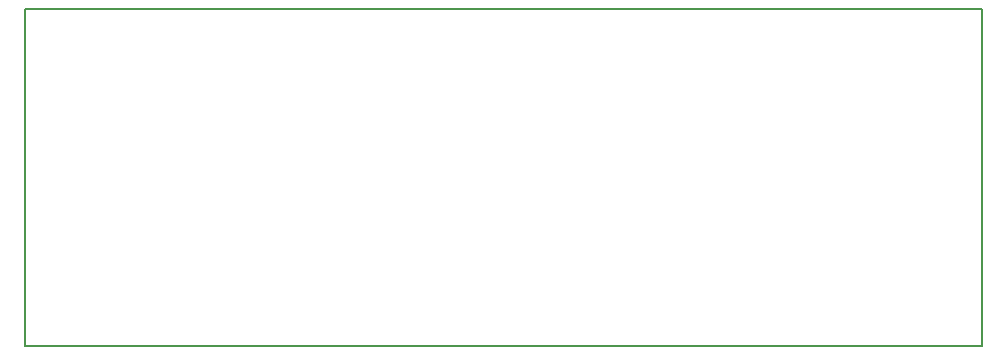
<source format=gbr>
G04 #@! TF.GenerationSoftware,KiCad,Pcbnew,(5.1.8)-1*
G04 #@! TF.CreationDate,2020-12-07T15:13:27+01:00*
G04 #@! TF.ProjectId,SuperPower-uC-KiCad,53757065-7250-46f7-9765-722d75432d4b,rev?*
G04 #@! TF.SameCoordinates,Original*
G04 #@! TF.FileFunction,Profile,NP*
%FSLAX46Y46*%
G04 Gerber Fmt 4.6, Leading zero omitted, Abs format (unit mm)*
G04 Created by KiCad (PCBNEW (5.1.8)-1) date 2020-12-07 15:13:27*
%MOMM*%
%LPD*%
G01*
G04 APERTURE LIST*
G04 #@! TA.AperFunction,Profile*
%ADD10C,0.150000*%
G04 #@! TD*
G04 APERTURE END LIST*
D10*
X182981000Y-123471000D02*
X182981000Y-94971000D01*
X101981000Y-123471000D02*
X182981000Y-123471000D01*
X101981000Y-94946000D02*
X101981000Y-123471000D01*
X182981000Y-94971000D02*
X101981000Y-94946000D01*
M02*

</source>
